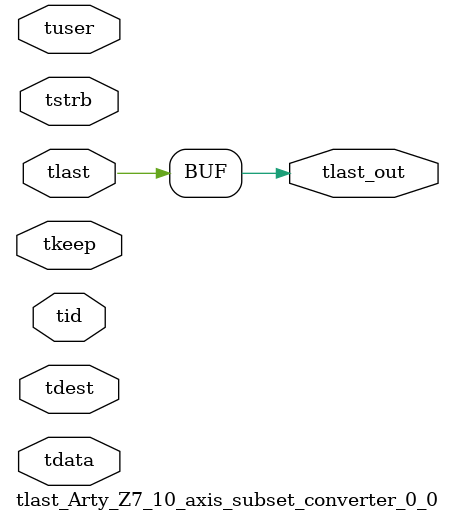
<source format=v>


`timescale 1ps/1ps

module tlast_Arty_Z7_10_axis_subset_converter_0_0 #
(
parameter C_S_AXIS_TID_WIDTH   = 1,
parameter C_S_AXIS_TUSER_WIDTH = 0,
parameter C_S_AXIS_TDATA_WIDTH = 0,
parameter C_S_AXIS_TDEST_WIDTH = 0
)
(
input  [(C_S_AXIS_TID_WIDTH   == 0 ? 1 : C_S_AXIS_TID_WIDTH)-1:0       ] tid,
input  [(C_S_AXIS_TDATA_WIDTH == 0 ? 1 : C_S_AXIS_TDATA_WIDTH)-1:0     ] tdata,
input  [(C_S_AXIS_TUSER_WIDTH == 0 ? 1 : C_S_AXIS_TUSER_WIDTH)-1:0     ] tuser,
input  [(C_S_AXIS_TDEST_WIDTH == 0 ? 1 : C_S_AXIS_TDEST_WIDTH)-1:0     ] tdest,
input  [(C_S_AXIS_TDATA_WIDTH/8)-1:0 ] tkeep,
input  [(C_S_AXIS_TDATA_WIDTH/8)-1:0 ] tstrb,
input  [0:0]                                                             tlast,
output                                                                   tlast_out
);

assign tlast_out = {tlast[0]};

endmodule


</source>
